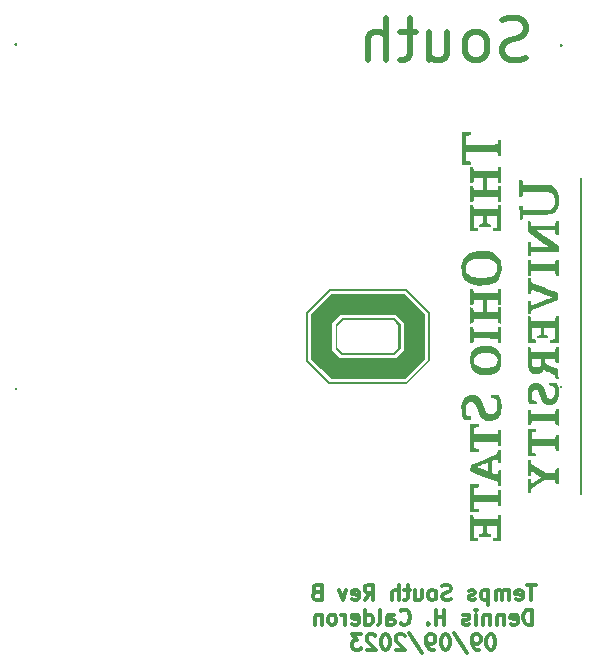
<source format=gbr>
%TF.GenerationSoftware,KiCad,Pcbnew,7.0.7*%
%TF.CreationDate,2023-09-12T23:40:55-05:00*%
%TF.ProjectId,Temps_South,54656d70-735f-4536-9f75-74682e6b6963,B*%
%TF.SameCoordinates,Original*%
%TF.FileFunction,Legend,Bot*%
%TF.FilePolarity,Positive*%
%FSLAX46Y46*%
G04 Gerber Fmt 4.6, Leading zero omitted, Abs format (unit mm)*
G04 Created by KiCad (PCBNEW 7.0.7) date 2023-09-12 23:40:55*
%MOMM*%
%LPD*%
G01*
G04 APERTURE LIST*
%ADD10C,0.254000*%
%ADD11C,0.500000*%
%ADD12C,0.300000*%
G04 APERTURE END LIST*
D10*
X138861800Y-79832200D02*
G75*
G03*
X138861800Y-79832200I-25400J0D01*
G01*
X92680002Y-50830000D02*
G75*
G03*
X92680002Y-50830000I-1J0D01*
G01*
X92690001Y-80020000D02*
G75*
G03*
X92690001Y-80020000I-1J0D01*
G01*
X138861800Y-50900000D02*
G75*
G03*
X138861800Y-50900000I-25400J0D01*
G01*
D11*
X135873619Y-51964101D02*
X135373619Y-52130767D01*
X135373619Y-52130767D02*
X134540286Y-52130767D01*
X134540286Y-52130767D02*
X134206952Y-51964101D01*
X134206952Y-51964101D02*
X134040286Y-51797434D01*
X134040286Y-51797434D02*
X133873619Y-51464101D01*
X133873619Y-51464101D02*
X133873619Y-51130767D01*
X133873619Y-51130767D02*
X134040286Y-50797434D01*
X134040286Y-50797434D02*
X134206952Y-50630767D01*
X134206952Y-50630767D02*
X134540286Y-50464101D01*
X134540286Y-50464101D02*
X135206952Y-50297434D01*
X135206952Y-50297434D02*
X135540286Y-50130767D01*
X135540286Y-50130767D02*
X135706952Y-49964101D01*
X135706952Y-49964101D02*
X135873619Y-49630767D01*
X135873619Y-49630767D02*
X135873619Y-49297434D01*
X135873619Y-49297434D02*
X135706952Y-48964101D01*
X135706952Y-48964101D02*
X135540286Y-48797434D01*
X135540286Y-48797434D02*
X135206952Y-48630767D01*
X135206952Y-48630767D02*
X134373619Y-48630767D01*
X134373619Y-48630767D02*
X133873619Y-48797434D01*
X131873619Y-52130767D02*
X132206953Y-51964101D01*
X132206953Y-51964101D02*
X132373619Y-51797434D01*
X132373619Y-51797434D02*
X132540286Y-51464101D01*
X132540286Y-51464101D02*
X132540286Y-50464101D01*
X132540286Y-50464101D02*
X132373619Y-50130767D01*
X132373619Y-50130767D02*
X132206953Y-49964101D01*
X132206953Y-49964101D02*
X131873619Y-49797434D01*
X131873619Y-49797434D02*
X131373619Y-49797434D01*
X131373619Y-49797434D02*
X131040286Y-49964101D01*
X131040286Y-49964101D02*
X130873619Y-50130767D01*
X130873619Y-50130767D02*
X130706953Y-50464101D01*
X130706953Y-50464101D02*
X130706953Y-51464101D01*
X130706953Y-51464101D02*
X130873619Y-51797434D01*
X130873619Y-51797434D02*
X131040286Y-51964101D01*
X131040286Y-51964101D02*
X131373619Y-52130767D01*
X131373619Y-52130767D02*
X131873619Y-52130767D01*
X127706952Y-49797434D02*
X127706952Y-52130767D01*
X129206952Y-49797434D02*
X129206952Y-51630767D01*
X129206952Y-51630767D02*
X129040286Y-51964101D01*
X129040286Y-51964101D02*
X128706952Y-52130767D01*
X128706952Y-52130767D02*
X128206952Y-52130767D01*
X128206952Y-52130767D02*
X127873619Y-51964101D01*
X127873619Y-51964101D02*
X127706952Y-51797434D01*
X126540285Y-49797434D02*
X125206952Y-49797434D01*
X126040285Y-48630767D02*
X126040285Y-51630767D01*
X126040285Y-51630767D02*
X125873619Y-51964101D01*
X125873619Y-51964101D02*
X125540285Y-52130767D01*
X125540285Y-52130767D02*
X125206952Y-52130767D01*
X124040285Y-52130767D02*
X124040285Y-48630767D01*
X122540285Y-52130767D02*
X122540285Y-50297434D01*
X122540285Y-50297434D02*
X122706952Y-49964101D01*
X122706952Y-49964101D02*
X123040285Y-49797434D01*
X123040285Y-49797434D02*
X123540285Y-49797434D01*
X123540285Y-49797434D02*
X123873619Y-49964101D01*
X123873619Y-49964101D02*
X124040285Y-50130767D01*
D12*
X136709779Y-96580404D02*
X135966922Y-96580404D01*
X136338350Y-97880404D02*
X136338350Y-96580404D01*
X135038351Y-97818500D02*
X135162160Y-97880404D01*
X135162160Y-97880404D02*
X135409779Y-97880404D01*
X135409779Y-97880404D02*
X135533589Y-97818500D01*
X135533589Y-97818500D02*
X135595493Y-97694690D01*
X135595493Y-97694690D02*
X135595493Y-97199452D01*
X135595493Y-97199452D02*
X135533589Y-97075642D01*
X135533589Y-97075642D02*
X135409779Y-97013738D01*
X135409779Y-97013738D02*
X135162160Y-97013738D01*
X135162160Y-97013738D02*
X135038351Y-97075642D01*
X135038351Y-97075642D02*
X134976446Y-97199452D01*
X134976446Y-97199452D02*
X134976446Y-97323261D01*
X134976446Y-97323261D02*
X135595493Y-97447071D01*
X134419303Y-97880404D02*
X134419303Y-97013738D01*
X134419303Y-97137547D02*
X134357398Y-97075642D01*
X134357398Y-97075642D02*
X134233588Y-97013738D01*
X134233588Y-97013738D02*
X134047874Y-97013738D01*
X134047874Y-97013738D02*
X133924065Y-97075642D01*
X133924065Y-97075642D02*
X133862160Y-97199452D01*
X133862160Y-97199452D02*
X133862160Y-97880404D01*
X133862160Y-97199452D02*
X133800255Y-97075642D01*
X133800255Y-97075642D02*
X133676446Y-97013738D01*
X133676446Y-97013738D02*
X133490731Y-97013738D01*
X133490731Y-97013738D02*
X133366922Y-97075642D01*
X133366922Y-97075642D02*
X133305017Y-97199452D01*
X133305017Y-97199452D02*
X133305017Y-97880404D01*
X132685970Y-97013738D02*
X132685970Y-98313738D01*
X132685970Y-97075642D02*
X132562160Y-97013738D01*
X132562160Y-97013738D02*
X132314541Y-97013738D01*
X132314541Y-97013738D02*
X132190732Y-97075642D01*
X132190732Y-97075642D02*
X132128827Y-97137547D01*
X132128827Y-97137547D02*
X132066922Y-97261357D01*
X132066922Y-97261357D02*
X132066922Y-97632785D01*
X132066922Y-97632785D02*
X132128827Y-97756595D01*
X132128827Y-97756595D02*
X132190732Y-97818500D01*
X132190732Y-97818500D02*
X132314541Y-97880404D01*
X132314541Y-97880404D02*
X132562160Y-97880404D01*
X132562160Y-97880404D02*
X132685970Y-97818500D01*
X131571684Y-97818500D02*
X131447875Y-97880404D01*
X131447875Y-97880404D02*
X131200256Y-97880404D01*
X131200256Y-97880404D02*
X131076446Y-97818500D01*
X131076446Y-97818500D02*
X131014542Y-97694690D01*
X131014542Y-97694690D02*
X131014542Y-97632785D01*
X131014542Y-97632785D02*
X131076446Y-97508976D01*
X131076446Y-97508976D02*
X131200256Y-97447071D01*
X131200256Y-97447071D02*
X131385970Y-97447071D01*
X131385970Y-97447071D02*
X131509780Y-97385166D01*
X131509780Y-97385166D02*
X131571684Y-97261357D01*
X131571684Y-97261357D02*
X131571684Y-97199452D01*
X131571684Y-97199452D02*
X131509780Y-97075642D01*
X131509780Y-97075642D02*
X131385970Y-97013738D01*
X131385970Y-97013738D02*
X131200256Y-97013738D01*
X131200256Y-97013738D02*
X131076446Y-97075642D01*
X129528827Y-97818500D02*
X129343113Y-97880404D01*
X129343113Y-97880404D02*
X129033589Y-97880404D01*
X129033589Y-97880404D02*
X128909780Y-97818500D01*
X128909780Y-97818500D02*
X128847875Y-97756595D01*
X128847875Y-97756595D02*
X128785970Y-97632785D01*
X128785970Y-97632785D02*
X128785970Y-97508976D01*
X128785970Y-97508976D02*
X128847875Y-97385166D01*
X128847875Y-97385166D02*
X128909780Y-97323261D01*
X128909780Y-97323261D02*
X129033589Y-97261357D01*
X129033589Y-97261357D02*
X129281208Y-97199452D01*
X129281208Y-97199452D02*
X129405018Y-97137547D01*
X129405018Y-97137547D02*
X129466923Y-97075642D01*
X129466923Y-97075642D02*
X129528827Y-96951833D01*
X129528827Y-96951833D02*
X129528827Y-96828023D01*
X129528827Y-96828023D02*
X129466923Y-96704214D01*
X129466923Y-96704214D02*
X129405018Y-96642309D01*
X129405018Y-96642309D02*
X129281208Y-96580404D01*
X129281208Y-96580404D02*
X128971685Y-96580404D01*
X128971685Y-96580404D02*
X128785970Y-96642309D01*
X128043113Y-97880404D02*
X128166923Y-97818500D01*
X128166923Y-97818500D02*
X128228828Y-97756595D01*
X128228828Y-97756595D02*
X128290732Y-97632785D01*
X128290732Y-97632785D02*
X128290732Y-97261357D01*
X128290732Y-97261357D02*
X128228828Y-97137547D01*
X128228828Y-97137547D02*
X128166923Y-97075642D01*
X128166923Y-97075642D02*
X128043113Y-97013738D01*
X128043113Y-97013738D02*
X127857399Y-97013738D01*
X127857399Y-97013738D02*
X127733590Y-97075642D01*
X127733590Y-97075642D02*
X127671685Y-97137547D01*
X127671685Y-97137547D02*
X127609780Y-97261357D01*
X127609780Y-97261357D02*
X127609780Y-97632785D01*
X127609780Y-97632785D02*
X127671685Y-97756595D01*
X127671685Y-97756595D02*
X127733590Y-97818500D01*
X127733590Y-97818500D02*
X127857399Y-97880404D01*
X127857399Y-97880404D02*
X128043113Y-97880404D01*
X126495495Y-97013738D02*
X126495495Y-97880404D01*
X127052638Y-97013738D02*
X127052638Y-97694690D01*
X127052638Y-97694690D02*
X126990733Y-97818500D01*
X126990733Y-97818500D02*
X126866923Y-97880404D01*
X126866923Y-97880404D02*
X126681209Y-97880404D01*
X126681209Y-97880404D02*
X126557400Y-97818500D01*
X126557400Y-97818500D02*
X126495495Y-97756595D01*
X126062162Y-97013738D02*
X125566924Y-97013738D01*
X125876448Y-96580404D02*
X125876448Y-97694690D01*
X125876448Y-97694690D02*
X125814543Y-97818500D01*
X125814543Y-97818500D02*
X125690733Y-97880404D01*
X125690733Y-97880404D02*
X125566924Y-97880404D01*
X125133591Y-97880404D02*
X125133591Y-96580404D01*
X124576448Y-97880404D02*
X124576448Y-97199452D01*
X124576448Y-97199452D02*
X124638353Y-97075642D01*
X124638353Y-97075642D02*
X124762162Y-97013738D01*
X124762162Y-97013738D02*
X124947876Y-97013738D01*
X124947876Y-97013738D02*
X125071686Y-97075642D01*
X125071686Y-97075642D02*
X125133591Y-97137547D01*
X122224068Y-97880404D02*
X122657401Y-97261357D01*
X122966925Y-97880404D02*
X122966925Y-96580404D01*
X122966925Y-96580404D02*
X122471687Y-96580404D01*
X122471687Y-96580404D02*
X122347877Y-96642309D01*
X122347877Y-96642309D02*
X122285972Y-96704214D01*
X122285972Y-96704214D02*
X122224068Y-96828023D01*
X122224068Y-96828023D02*
X122224068Y-97013738D01*
X122224068Y-97013738D02*
X122285972Y-97137547D01*
X122285972Y-97137547D02*
X122347877Y-97199452D01*
X122347877Y-97199452D02*
X122471687Y-97261357D01*
X122471687Y-97261357D02*
X122966925Y-97261357D01*
X121171687Y-97818500D02*
X121295496Y-97880404D01*
X121295496Y-97880404D02*
X121543115Y-97880404D01*
X121543115Y-97880404D02*
X121666925Y-97818500D01*
X121666925Y-97818500D02*
X121728829Y-97694690D01*
X121728829Y-97694690D02*
X121728829Y-97199452D01*
X121728829Y-97199452D02*
X121666925Y-97075642D01*
X121666925Y-97075642D02*
X121543115Y-97013738D01*
X121543115Y-97013738D02*
X121295496Y-97013738D01*
X121295496Y-97013738D02*
X121171687Y-97075642D01*
X121171687Y-97075642D02*
X121109782Y-97199452D01*
X121109782Y-97199452D02*
X121109782Y-97323261D01*
X121109782Y-97323261D02*
X121728829Y-97447071D01*
X120676448Y-97013738D02*
X120366924Y-97880404D01*
X120366924Y-97880404D02*
X120057401Y-97013738D01*
X118138353Y-97199452D02*
X117952639Y-97261357D01*
X117952639Y-97261357D02*
X117890734Y-97323261D01*
X117890734Y-97323261D02*
X117828830Y-97447071D01*
X117828830Y-97447071D02*
X117828830Y-97632785D01*
X117828830Y-97632785D02*
X117890734Y-97756595D01*
X117890734Y-97756595D02*
X117952639Y-97818500D01*
X117952639Y-97818500D02*
X118076449Y-97880404D01*
X118076449Y-97880404D02*
X118571687Y-97880404D01*
X118571687Y-97880404D02*
X118571687Y-96580404D01*
X118571687Y-96580404D02*
X118138353Y-96580404D01*
X118138353Y-96580404D02*
X118014544Y-96642309D01*
X118014544Y-96642309D02*
X117952639Y-96704214D01*
X117952639Y-96704214D02*
X117890734Y-96828023D01*
X117890734Y-96828023D02*
X117890734Y-96951833D01*
X117890734Y-96951833D02*
X117952639Y-97075642D01*
X117952639Y-97075642D02*
X118014544Y-97137547D01*
X118014544Y-97137547D02*
X118138353Y-97199452D01*
X118138353Y-97199452D02*
X118571687Y-97199452D01*
X136400256Y-99973404D02*
X136400256Y-98673404D01*
X136400256Y-98673404D02*
X136090732Y-98673404D01*
X136090732Y-98673404D02*
X135905018Y-98735309D01*
X135905018Y-98735309D02*
X135781208Y-98859119D01*
X135781208Y-98859119D02*
X135719303Y-98982928D01*
X135719303Y-98982928D02*
X135657399Y-99230547D01*
X135657399Y-99230547D02*
X135657399Y-99416261D01*
X135657399Y-99416261D02*
X135719303Y-99663880D01*
X135719303Y-99663880D02*
X135781208Y-99787690D01*
X135781208Y-99787690D02*
X135905018Y-99911500D01*
X135905018Y-99911500D02*
X136090732Y-99973404D01*
X136090732Y-99973404D02*
X136400256Y-99973404D01*
X134605018Y-99911500D02*
X134728827Y-99973404D01*
X134728827Y-99973404D02*
X134976446Y-99973404D01*
X134976446Y-99973404D02*
X135100256Y-99911500D01*
X135100256Y-99911500D02*
X135162160Y-99787690D01*
X135162160Y-99787690D02*
X135162160Y-99292452D01*
X135162160Y-99292452D02*
X135100256Y-99168642D01*
X135100256Y-99168642D02*
X134976446Y-99106738D01*
X134976446Y-99106738D02*
X134728827Y-99106738D01*
X134728827Y-99106738D02*
X134605018Y-99168642D01*
X134605018Y-99168642D02*
X134543113Y-99292452D01*
X134543113Y-99292452D02*
X134543113Y-99416261D01*
X134543113Y-99416261D02*
X135162160Y-99540071D01*
X133985970Y-99106738D02*
X133985970Y-99973404D01*
X133985970Y-99230547D02*
X133924065Y-99168642D01*
X133924065Y-99168642D02*
X133800255Y-99106738D01*
X133800255Y-99106738D02*
X133614541Y-99106738D01*
X133614541Y-99106738D02*
X133490732Y-99168642D01*
X133490732Y-99168642D02*
X133428827Y-99292452D01*
X133428827Y-99292452D02*
X133428827Y-99973404D01*
X132809780Y-99106738D02*
X132809780Y-99973404D01*
X132809780Y-99230547D02*
X132747875Y-99168642D01*
X132747875Y-99168642D02*
X132624065Y-99106738D01*
X132624065Y-99106738D02*
X132438351Y-99106738D01*
X132438351Y-99106738D02*
X132314542Y-99168642D01*
X132314542Y-99168642D02*
X132252637Y-99292452D01*
X132252637Y-99292452D02*
X132252637Y-99973404D01*
X131633590Y-99973404D02*
X131633590Y-99106738D01*
X131633590Y-98673404D02*
X131695494Y-98735309D01*
X131695494Y-98735309D02*
X131633590Y-98797214D01*
X131633590Y-98797214D02*
X131571685Y-98735309D01*
X131571685Y-98735309D02*
X131633590Y-98673404D01*
X131633590Y-98673404D02*
X131633590Y-98797214D01*
X131076446Y-99911500D02*
X130952637Y-99973404D01*
X130952637Y-99973404D02*
X130705018Y-99973404D01*
X130705018Y-99973404D02*
X130581208Y-99911500D01*
X130581208Y-99911500D02*
X130519304Y-99787690D01*
X130519304Y-99787690D02*
X130519304Y-99725785D01*
X130519304Y-99725785D02*
X130581208Y-99601976D01*
X130581208Y-99601976D02*
X130705018Y-99540071D01*
X130705018Y-99540071D02*
X130890732Y-99540071D01*
X130890732Y-99540071D02*
X131014542Y-99478166D01*
X131014542Y-99478166D02*
X131076446Y-99354357D01*
X131076446Y-99354357D02*
X131076446Y-99292452D01*
X131076446Y-99292452D02*
X131014542Y-99168642D01*
X131014542Y-99168642D02*
X130890732Y-99106738D01*
X130890732Y-99106738D02*
X130705018Y-99106738D01*
X130705018Y-99106738D02*
X130581208Y-99168642D01*
X128971685Y-99973404D02*
X128971685Y-98673404D01*
X128971685Y-99292452D02*
X128228828Y-99292452D01*
X128228828Y-99973404D02*
X128228828Y-98673404D01*
X127609780Y-99849595D02*
X127547875Y-99911500D01*
X127547875Y-99911500D02*
X127609780Y-99973404D01*
X127609780Y-99973404D02*
X127671684Y-99911500D01*
X127671684Y-99911500D02*
X127609780Y-99849595D01*
X127609780Y-99849595D02*
X127609780Y-99973404D01*
X125257399Y-99849595D02*
X125319303Y-99911500D01*
X125319303Y-99911500D02*
X125505018Y-99973404D01*
X125505018Y-99973404D02*
X125628827Y-99973404D01*
X125628827Y-99973404D02*
X125814541Y-99911500D01*
X125814541Y-99911500D02*
X125938351Y-99787690D01*
X125938351Y-99787690D02*
X126000256Y-99663880D01*
X126000256Y-99663880D02*
X126062160Y-99416261D01*
X126062160Y-99416261D02*
X126062160Y-99230547D01*
X126062160Y-99230547D02*
X126000256Y-98982928D01*
X126000256Y-98982928D02*
X125938351Y-98859119D01*
X125938351Y-98859119D02*
X125814541Y-98735309D01*
X125814541Y-98735309D02*
X125628827Y-98673404D01*
X125628827Y-98673404D02*
X125505018Y-98673404D01*
X125505018Y-98673404D02*
X125319303Y-98735309D01*
X125319303Y-98735309D02*
X125257399Y-98797214D01*
X124143113Y-99973404D02*
X124143113Y-99292452D01*
X124143113Y-99292452D02*
X124205018Y-99168642D01*
X124205018Y-99168642D02*
X124328827Y-99106738D01*
X124328827Y-99106738D02*
X124576446Y-99106738D01*
X124576446Y-99106738D02*
X124700256Y-99168642D01*
X124143113Y-99911500D02*
X124266922Y-99973404D01*
X124266922Y-99973404D02*
X124576446Y-99973404D01*
X124576446Y-99973404D02*
X124700256Y-99911500D01*
X124700256Y-99911500D02*
X124762160Y-99787690D01*
X124762160Y-99787690D02*
X124762160Y-99663880D01*
X124762160Y-99663880D02*
X124700256Y-99540071D01*
X124700256Y-99540071D02*
X124576446Y-99478166D01*
X124576446Y-99478166D02*
X124266922Y-99478166D01*
X124266922Y-99478166D02*
X124143113Y-99416261D01*
X123338351Y-99973404D02*
X123462161Y-99911500D01*
X123462161Y-99911500D02*
X123524066Y-99787690D01*
X123524066Y-99787690D02*
X123524066Y-98673404D01*
X122285971Y-99973404D02*
X122285971Y-98673404D01*
X122285971Y-99911500D02*
X122409780Y-99973404D01*
X122409780Y-99973404D02*
X122657399Y-99973404D01*
X122657399Y-99973404D02*
X122781209Y-99911500D01*
X122781209Y-99911500D02*
X122843114Y-99849595D01*
X122843114Y-99849595D02*
X122905018Y-99725785D01*
X122905018Y-99725785D02*
X122905018Y-99354357D01*
X122905018Y-99354357D02*
X122843114Y-99230547D01*
X122843114Y-99230547D02*
X122781209Y-99168642D01*
X122781209Y-99168642D02*
X122657399Y-99106738D01*
X122657399Y-99106738D02*
X122409780Y-99106738D01*
X122409780Y-99106738D02*
X122285971Y-99168642D01*
X121171686Y-99911500D02*
X121295495Y-99973404D01*
X121295495Y-99973404D02*
X121543114Y-99973404D01*
X121543114Y-99973404D02*
X121666924Y-99911500D01*
X121666924Y-99911500D02*
X121728828Y-99787690D01*
X121728828Y-99787690D02*
X121728828Y-99292452D01*
X121728828Y-99292452D02*
X121666924Y-99168642D01*
X121666924Y-99168642D02*
X121543114Y-99106738D01*
X121543114Y-99106738D02*
X121295495Y-99106738D01*
X121295495Y-99106738D02*
X121171686Y-99168642D01*
X121171686Y-99168642D02*
X121109781Y-99292452D01*
X121109781Y-99292452D02*
X121109781Y-99416261D01*
X121109781Y-99416261D02*
X121728828Y-99540071D01*
X120552638Y-99973404D02*
X120552638Y-99106738D01*
X120552638Y-99354357D02*
X120490733Y-99230547D01*
X120490733Y-99230547D02*
X120428828Y-99168642D01*
X120428828Y-99168642D02*
X120305019Y-99106738D01*
X120305019Y-99106738D02*
X120181209Y-99106738D01*
X119562161Y-99973404D02*
X119685971Y-99911500D01*
X119685971Y-99911500D02*
X119747876Y-99849595D01*
X119747876Y-99849595D02*
X119809780Y-99725785D01*
X119809780Y-99725785D02*
X119809780Y-99354357D01*
X119809780Y-99354357D02*
X119747876Y-99230547D01*
X119747876Y-99230547D02*
X119685971Y-99168642D01*
X119685971Y-99168642D02*
X119562161Y-99106738D01*
X119562161Y-99106738D02*
X119376447Y-99106738D01*
X119376447Y-99106738D02*
X119252638Y-99168642D01*
X119252638Y-99168642D02*
X119190733Y-99230547D01*
X119190733Y-99230547D02*
X119128828Y-99354357D01*
X119128828Y-99354357D02*
X119128828Y-99725785D01*
X119128828Y-99725785D02*
X119190733Y-99849595D01*
X119190733Y-99849595D02*
X119252638Y-99911500D01*
X119252638Y-99911500D02*
X119376447Y-99973404D01*
X119376447Y-99973404D02*
X119562161Y-99973404D01*
X118571686Y-99106738D02*
X118571686Y-99973404D01*
X118571686Y-99230547D02*
X118509781Y-99168642D01*
X118509781Y-99168642D02*
X118385971Y-99106738D01*
X118385971Y-99106738D02*
X118200257Y-99106738D01*
X118200257Y-99106738D02*
X118076448Y-99168642D01*
X118076448Y-99168642D02*
X118014543Y-99292452D01*
X118014543Y-99292452D02*
X118014543Y-99973404D01*
X132964542Y-100766404D02*
X132840732Y-100766404D01*
X132840732Y-100766404D02*
X132716923Y-100828309D01*
X132716923Y-100828309D02*
X132655018Y-100890214D01*
X132655018Y-100890214D02*
X132593113Y-101014023D01*
X132593113Y-101014023D02*
X132531208Y-101261642D01*
X132531208Y-101261642D02*
X132531208Y-101571166D01*
X132531208Y-101571166D02*
X132593113Y-101818785D01*
X132593113Y-101818785D02*
X132655018Y-101942595D01*
X132655018Y-101942595D02*
X132716923Y-102004500D01*
X132716923Y-102004500D02*
X132840732Y-102066404D01*
X132840732Y-102066404D02*
X132964542Y-102066404D01*
X132964542Y-102066404D02*
X133088351Y-102004500D01*
X133088351Y-102004500D02*
X133150256Y-101942595D01*
X133150256Y-101942595D02*
X133212161Y-101818785D01*
X133212161Y-101818785D02*
X133274065Y-101571166D01*
X133274065Y-101571166D02*
X133274065Y-101261642D01*
X133274065Y-101261642D02*
X133212161Y-101014023D01*
X133212161Y-101014023D02*
X133150256Y-100890214D01*
X133150256Y-100890214D02*
X133088351Y-100828309D01*
X133088351Y-100828309D02*
X132964542Y-100766404D01*
X131912161Y-102066404D02*
X131664542Y-102066404D01*
X131664542Y-102066404D02*
X131540732Y-102004500D01*
X131540732Y-102004500D02*
X131478828Y-101942595D01*
X131478828Y-101942595D02*
X131355018Y-101756880D01*
X131355018Y-101756880D02*
X131293113Y-101509261D01*
X131293113Y-101509261D02*
X131293113Y-101014023D01*
X131293113Y-101014023D02*
X131355018Y-100890214D01*
X131355018Y-100890214D02*
X131416923Y-100828309D01*
X131416923Y-100828309D02*
X131540732Y-100766404D01*
X131540732Y-100766404D02*
X131788351Y-100766404D01*
X131788351Y-100766404D02*
X131912161Y-100828309D01*
X131912161Y-100828309D02*
X131974066Y-100890214D01*
X131974066Y-100890214D02*
X132035970Y-101014023D01*
X132035970Y-101014023D02*
X132035970Y-101323547D01*
X132035970Y-101323547D02*
X131974066Y-101447357D01*
X131974066Y-101447357D02*
X131912161Y-101509261D01*
X131912161Y-101509261D02*
X131788351Y-101571166D01*
X131788351Y-101571166D02*
X131540732Y-101571166D01*
X131540732Y-101571166D02*
X131416923Y-101509261D01*
X131416923Y-101509261D02*
X131355018Y-101447357D01*
X131355018Y-101447357D02*
X131293113Y-101323547D01*
X129807399Y-100704500D02*
X130921685Y-102375928D01*
X129126447Y-100766404D02*
X129002637Y-100766404D01*
X129002637Y-100766404D02*
X128878828Y-100828309D01*
X128878828Y-100828309D02*
X128816923Y-100890214D01*
X128816923Y-100890214D02*
X128755018Y-101014023D01*
X128755018Y-101014023D02*
X128693113Y-101261642D01*
X128693113Y-101261642D02*
X128693113Y-101571166D01*
X128693113Y-101571166D02*
X128755018Y-101818785D01*
X128755018Y-101818785D02*
X128816923Y-101942595D01*
X128816923Y-101942595D02*
X128878828Y-102004500D01*
X128878828Y-102004500D02*
X129002637Y-102066404D01*
X129002637Y-102066404D02*
X129126447Y-102066404D01*
X129126447Y-102066404D02*
X129250256Y-102004500D01*
X129250256Y-102004500D02*
X129312161Y-101942595D01*
X129312161Y-101942595D02*
X129374066Y-101818785D01*
X129374066Y-101818785D02*
X129435970Y-101571166D01*
X129435970Y-101571166D02*
X129435970Y-101261642D01*
X129435970Y-101261642D02*
X129374066Y-101014023D01*
X129374066Y-101014023D02*
X129312161Y-100890214D01*
X129312161Y-100890214D02*
X129250256Y-100828309D01*
X129250256Y-100828309D02*
X129126447Y-100766404D01*
X128074066Y-102066404D02*
X127826447Y-102066404D01*
X127826447Y-102066404D02*
X127702637Y-102004500D01*
X127702637Y-102004500D02*
X127640733Y-101942595D01*
X127640733Y-101942595D02*
X127516923Y-101756880D01*
X127516923Y-101756880D02*
X127455018Y-101509261D01*
X127455018Y-101509261D02*
X127455018Y-101014023D01*
X127455018Y-101014023D02*
X127516923Y-100890214D01*
X127516923Y-100890214D02*
X127578828Y-100828309D01*
X127578828Y-100828309D02*
X127702637Y-100766404D01*
X127702637Y-100766404D02*
X127950256Y-100766404D01*
X127950256Y-100766404D02*
X128074066Y-100828309D01*
X128074066Y-100828309D02*
X128135971Y-100890214D01*
X128135971Y-100890214D02*
X128197875Y-101014023D01*
X128197875Y-101014023D02*
X128197875Y-101323547D01*
X128197875Y-101323547D02*
X128135971Y-101447357D01*
X128135971Y-101447357D02*
X128074066Y-101509261D01*
X128074066Y-101509261D02*
X127950256Y-101571166D01*
X127950256Y-101571166D02*
X127702637Y-101571166D01*
X127702637Y-101571166D02*
X127578828Y-101509261D01*
X127578828Y-101509261D02*
X127516923Y-101447357D01*
X127516923Y-101447357D02*
X127455018Y-101323547D01*
X125969304Y-100704500D02*
X127083590Y-102375928D01*
X125597875Y-100890214D02*
X125535971Y-100828309D01*
X125535971Y-100828309D02*
X125412161Y-100766404D01*
X125412161Y-100766404D02*
X125102637Y-100766404D01*
X125102637Y-100766404D02*
X124978828Y-100828309D01*
X124978828Y-100828309D02*
X124916923Y-100890214D01*
X124916923Y-100890214D02*
X124855018Y-101014023D01*
X124855018Y-101014023D02*
X124855018Y-101137833D01*
X124855018Y-101137833D02*
X124916923Y-101323547D01*
X124916923Y-101323547D02*
X125659780Y-102066404D01*
X125659780Y-102066404D02*
X124855018Y-102066404D01*
X124050257Y-100766404D02*
X123926447Y-100766404D01*
X123926447Y-100766404D02*
X123802638Y-100828309D01*
X123802638Y-100828309D02*
X123740733Y-100890214D01*
X123740733Y-100890214D02*
X123678828Y-101014023D01*
X123678828Y-101014023D02*
X123616923Y-101261642D01*
X123616923Y-101261642D02*
X123616923Y-101571166D01*
X123616923Y-101571166D02*
X123678828Y-101818785D01*
X123678828Y-101818785D02*
X123740733Y-101942595D01*
X123740733Y-101942595D02*
X123802638Y-102004500D01*
X123802638Y-102004500D02*
X123926447Y-102066404D01*
X123926447Y-102066404D02*
X124050257Y-102066404D01*
X124050257Y-102066404D02*
X124174066Y-102004500D01*
X124174066Y-102004500D02*
X124235971Y-101942595D01*
X124235971Y-101942595D02*
X124297876Y-101818785D01*
X124297876Y-101818785D02*
X124359780Y-101571166D01*
X124359780Y-101571166D02*
X124359780Y-101261642D01*
X124359780Y-101261642D02*
X124297876Y-101014023D01*
X124297876Y-101014023D02*
X124235971Y-100890214D01*
X124235971Y-100890214D02*
X124174066Y-100828309D01*
X124174066Y-100828309D02*
X124050257Y-100766404D01*
X123121685Y-100890214D02*
X123059781Y-100828309D01*
X123059781Y-100828309D02*
X122935971Y-100766404D01*
X122935971Y-100766404D02*
X122626447Y-100766404D01*
X122626447Y-100766404D02*
X122502638Y-100828309D01*
X122502638Y-100828309D02*
X122440733Y-100890214D01*
X122440733Y-100890214D02*
X122378828Y-101014023D01*
X122378828Y-101014023D02*
X122378828Y-101137833D01*
X122378828Y-101137833D02*
X122440733Y-101323547D01*
X122440733Y-101323547D02*
X123183590Y-102066404D01*
X123183590Y-102066404D02*
X122378828Y-102066404D01*
X121945495Y-100766404D02*
X121140733Y-100766404D01*
X121140733Y-100766404D02*
X121574067Y-101261642D01*
X121574067Y-101261642D02*
X121388352Y-101261642D01*
X121388352Y-101261642D02*
X121264543Y-101323547D01*
X121264543Y-101323547D02*
X121202638Y-101385452D01*
X121202638Y-101385452D02*
X121140733Y-101509261D01*
X121140733Y-101509261D02*
X121140733Y-101818785D01*
X121140733Y-101818785D02*
X121202638Y-101942595D01*
X121202638Y-101942595D02*
X121264543Y-102004500D01*
X121264543Y-102004500D02*
X121388352Y-102066404D01*
X121388352Y-102066404D02*
X121759781Y-102066404D01*
X121759781Y-102066404D02*
X121883590Y-102004500D01*
X121883590Y-102004500D02*
X121945495Y-101942595D01*
%TO.C,G\u002A\u002A\u002A*%
G36*
X140615600Y-88994886D02*
G01*
X140420964Y-88994886D01*
X140420964Y-62135115D01*
X140615600Y-62135115D01*
X140615600Y-88994886D01*
G37*
G36*
X131889419Y-88337719D02*
G01*
X131694783Y-88359739D01*
X131500147Y-88381760D01*
X131500147Y-88962446D01*
X133475725Y-88962446D01*
X133497745Y-88767810D01*
X133519766Y-88573174D01*
X133770900Y-88573174D01*
X133770900Y-89935626D01*
X133519766Y-89935626D01*
X133497745Y-89740990D01*
X133475725Y-89546354D01*
X131500147Y-89546354D01*
X131500147Y-90127041D01*
X131694783Y-90149061D01*
X131889419Y-90171082D01*
X131889419Y-90422216D01*
X131175754Y-90422216D01*
X131175754Y-88086584D01*
X131889419Y-88086584D01*
X131889419Y-88337719D01*
G37*
G36*
X136339978Y-69433966D02*
G01*
X138340871Y-69433966D01*
X138361500Y-69279879D01*
X138371162Y-69210296D01*
X138389159Y-69117219D01*
X138414072Y-69067760D01*
X138455302Y-69048169D01*
X138522245Y-69044694D01*
X138636801Y-69044694D01*
X138636801Y-70411063D01*
X138515153Y-70400994D01*
X138500668Y-70399782D01*
X138438129Y-70390504D01*
X138402972Y-70365644D01*
X138382870Y-70309007D01*
X138365494Y-70204400D01*
X138337482Y-70017874D01*
X136339978Y-70017874D01*
X136294798Y-70407146D01*
X136041654Y-70407146D01*
X136041654Y-69044694D01*
X136294798Y-69044694D01*
X136339978Y-69433966D01*
G37*
G36*
X125676881Y-71544923D02*
G01*
X125774604Y-71544959D01*
X126772114Y-72520647D01*
X127769623Y-73496334D01*
X127769623Y-77592073D01*
X126772310Y-78589775D01*
X125774997Y-79587478D01*
X119204963Y-79587478D01*
X117226839Y-77631990D01*
X117226839Y-77560439D01*
X117421475Y-77560439D01*
X118359676Y-78498221D01*
X119297877Y-79436004D01*
X125709725Y-79392180D01*
X127574987Y-77528000D01*
X127574987Y-73602008D01*
X125676881Y-71704720D01*
X119286317Y-71704720D01*
X117421475Y-73570394D01*
X117421475Y-77560439D01*
X117226839Y-77560439D01*
X117226839Y-73505495D01*
X118207930Y-72524009D01*
X119189020Y-71542523D01*
X125676881Y-71544923D01*
G37*
G36*
X124669921Y-74007912D02*
G01*
X124735190Y-74007912D01*
X125003492Y-74274821D01*
X125271794Y-74541729D01*
X125271794Y-76591551D01*
X125000024Y-76856820D01*
X124728253Y-77122089D01*
X120300649Y-77122089D01*
X119757107Y-76591551D01*
X119757107Y-76491262D01*
X119919304Y-76491262D01*
X120139084Y-76709357D01*
X120358863Y-76927453D01*
X124673541Y-76927453D01*
X124875350Y-76723834D01*
X125077158Y-76520215D01*
X125077158Y-74606166D01*
X124873540Y-74404357D01*
X124669921Y-74202548D01*
X120355495Y-74202548D01*
X120137400Y-74422328D01*
X119919304Y-74642108D01*
X119919304Y-76491262D01*
X119757107Y-76491262D01*
X119757107Y-74544517D01*
X120024016Y-74276214D01*
X120290924Y-74007912D01*
X124669921Y-74007912D01*
G37*
G36*
X124832804Y-71931795D02*
G01*
X125579534Y-71931795D01*
X126463723Y-72815546D01*
X127347912Y-73699296D01*
X127347912Y-77427495D01*
X125614008Y-79165767D01*
X119416937Y-79165767D01*
X118548963Y-78298240D01*
X117680990Y-77430713D01*
X117680990Y-76685264D01*
X119465153Y-76685264D01*
X119814406Y-77033434D01*
X120163658Y-77381603D01*
X124867462Y-77381603D01*
X125199386Y-77048546D01*
X125531309Y-76715489D01*
X125531309Y-74412298D01*
X125182057Y-74064128D01*
X124832804Y-73715958D01*
X120193980Y-73715958D01*
X119829567Y-74081408D01*
X119465153Y-74446859D01*
X119465153Y-76685264D01*
X117680990Y-76685264D01*
X117680990Y-73700173D01*
X118564741Y-72815984D01*
X119448491Y-71931795D01*
X124832804Y-71931795D01*
G37*
G36*
X136755319Y-83636025D02*
G01*
X136366047Y-83681205D01*
X136366047Y-84258743D01*
X138337482Y-84258743D01*
X138365494Y-84072216D01*
X138368838Y-84050008D01*
X138385804Y-83954847D01*
X138407627Y-83904859D01*
X138446634Y-83883848D01*
X138515153Y-83875622D01*
X138636801Y-83865554D01*
X138636801Y-85235839D01*
X138515153Y-85225771D01*
X138500668Y-85224558D01*
X138438129Y-85215280D01*
X138402972Y-85190420D01*
X138382870Y-85133784D01*
X138365494Y-85029177D01*
X138337482Y-84842651D01*
X136366047Y-84842651D01*
X136366047Y-85423337D01*
X136560683Y-85445358D01*
X136755319Y-85467378D01*
X136755319Y-85718513D01*
X136041654Y-85718513D01*
X136041654Y-83382880D01*
X136755319Y-83382880D01*
X136755319Y-83636025D01*
G37*
G36*
X138636801Y-83094843D02*
G01*
X138515153Y-83084775D01*
X138500157Y-83083519D01*
X138437891Y-83074214D01*
X138402872Y-83049260D01*
X138382812Y-82992484D01*
X138365425Y-82887717D01*
X138337345Y-82700728D01*
X137343586Y-82709301D01*
X136349828Y-82717874D01*
X136290668Y-83090926D01*
X136040338Y-83090926D01*
X136057874Y-81744694D01*
X136171411Y-81744694D01*
X136184658Y-81744708D01*
X136243189Y-81748861D01*
X136276310Y-81771087D01*
X136295680Y-81826752D01*
X136312961Y-81931220D01*
X136340973Y-82117746D01*
X138340871Y-82117746D01*
X138361500Y-81963660D01*
X138371162Y-81894076D01*
X138389159Y-81800999D01*
X138414072Y-81751540D01*
X138455302Y-81731949D01*
X138522245Y-81728474D01*
X138636801Y-81728474D01*
X138636801Y-83094843D01*
G37*
G36*
X133770900Y-76116469D02*
G01*
X133520423Y-76116469D01*
X133501121Y-75953500D01*
X133493390Y-75896215D01*
X133477176Y-75807526D01*
X133462249Y-75758864D01*
X133431594Y-75750546D01*
X133339873Y-75742526D01*
X133191951Y-75736036D01*
X132992410Y-75731222D01*
X132745833Y-75728227D01*
X132456804Y-75727197D01*
X131470929Y-75727197D01*
X131448909Y-75921833D01*
X131426888Y-76116469D01*
X131175754Y-76116469D01*
X131175754Y-74750101D01*
X131297401Y-74760169D01*
X131311886Y-74761381D01*
X131374425Y-74770659D01*
X131409582Y-74795520D01*
X131429684Y-74852156D01*
X131447060Y-74956763D01*
X131475072Y-75143289D01*
X133471582Y-75143289D01*
X133499594Y-74956763D01*
X133502938Y-74934555D01*
X133519904Y-74839394D01*
X133541727Y-74789405D01*
X133580734Y-74768395D01*
X133649253Y-74760169D01*
X133770900Y-74750101D01*
X133770900Y-76116469D01*
G37*
G36*
X131889419Y-83089457D02*
G01*
X131889227Y-83119698D01*
X131880675Y-83188192D01*
X131846179Y-83220115D01*
X131767771Y-83237303D01*
X131689278Y-83249552D01*
X131589877Y-83268031D01*
X131533006Y-83294263D01*
X131506923Y-83342492D01*
X131499884Y-83426962D01*
X131500147Y-83561915D01*
X131500147Y-83837031D01*
X133474278Y-83837031D01*
X133496570Y-83658615D01*
X133518861Y-83480198D01*
X133770900Y-83480198D01*
X133770900Y-84810211D01*
X133518861Y-84810211D01*
X133496570Y-84631795D01*
X133474278Y-84453379D01*
X131500147Y-84453379D01*
X131500147Y-84730131D01*
X131500091Y-84795184D01*
X131502862Y-84910069D01*
X131517782Y-84979584D01*
X131554841Y-85017444D01*
X131624027Y-85037368D01*
X131735332Y-85053072D01*
X131889419Y-85073701D01*
X131889419Y-85329241D01*
X131175754Y-85329241D01*
X131175754Y-82961169D01*
X131889419Y-82961169D01*
X131889419Y-83089457D01*
G37*
G36*
X131297401Y-90655443D02*
G01*
X131311886Y-90656656D01*
X131374425Y-90665934D01*
X131409582Y-90690794D01*
X131429684Y-90747431D01*
X131447060Y-90852038D01*
X131475072Y-91038564D01*
X133475725Y-91038564D01*
X133497745Y-90843928D01*
X133519766Y-90649292D01*
X133770900Y-90649292D01*
X133770900Y-92887606D01*
X133089674Y-92887606D01*
X133089674Y-92633040D01*
X133259981Y-92605968D01*
X133430287Y-92578896D01*
X133448241Y-91622472D01*
X132570645Y-91622472D01*
X132570645Y-92230461D01*
X132732842Y-92251977D01*
X132815118Y-92264210D01*
X132870561Y-92283085D01*
X132891680Y-92319094D01*
X132895038Y-92385913D01*
X132895038Y-92498334D01*
X131921858Y-92498334D01*
X131921858Y-92389359D01*
X131924413Y-92331188D01*
X131942944Y-92292731D01*
X131993510Y-92270497D01*
X132092165Y-92251491D01*
X132262471Y-92222599D01*
X132271798Y-91922536D01*
X132281126Y-91622472D01*
X131498413Y-91622472D01*
X131516367Y-92578896D01*
X131686673Y-92605968D01*
X131856980Y-92633040D01*
X131856980Y-92887606D01*
X131175754Y-92887606D01*
X131175754Y-90645375D01*
X131297401Y-90655443D01*
G37*
G36*
X133770900Y-66644183D02*
G01*
X133089674Y-66644183D01*
X133089674Y-66389337D01*
X133268091Y-66367045D01*
X133446507Y-66344754D01*
X133446507Y-65379049D01*
X132570645Y-65379049D01*
X132570645Y-65989308D01*
X132732842Y-66011616D01*
X132813667Y-66024019D01*
X132869910Y-66043078D01*
X132891515Y-66078692D01*
X132895038Y-66144417D01*
X132895038Y-66254911D01*
X131917748Y-66254911D01*
X131927913Y-66151037D01*
X131933404Y-66110154D01*
X131953992Y-66064502D01*
X132003803Y-66036755D01*
X132100275Y-66012941D01*
X132262471Y-65978718D01*
X132262471Y-65395269D01*
X131881309Y-65386129D01*
X131500147Y-65376990D01*
X131500147Y-66344754D01*
X131678563Y-66367045D01*
X131856980Y-66389337D01*
X131856980Y-66644183D01*
X131175754Y-66644183D01*
X131175754Y-64401953D01*
X131297401Y-64412021D01*
X131311886Y-64413233D01*
X131374425Y-64422511D01*
X131409582Y-64447372D01*
X131429684Y-64504008D01*
X131447060Y-64608615D01*
X131475072Y-64795141D01*
X133471582Y-64795141D01*
X133499594Y-64608615D01*
X133502938Y-64586406D01*
X133519904Y-64491246D01*
X133541727Y-64441257D01*
X133580734Y-64420247D01*
X133649253Y-64412021D01*
X133770900Y-64401953D01*
X133770900Y-66644183D01*
G37*
G36*
X138636801Y-76084030D02*
G01*
X137955575Y-76084030D01*
X137955575Y-75829184D01*
X138312407Y-75784600D01*
X138312407Y-74818896D01*
X137436545Y-74818896D01*
X137436545Y-75433009D01*
X137598742Y-75454525D01*
X137679066Y-75466446D01*
X137735598Y-75485143D01*
X137757365Y-75520337D01*
X137760939Y-75585399D01*
X137760939Y-75694758D01*
X136783648Y-75694758D01*
X136793813Y-75590884D01*
X136799304Y-75550001D01*
X136819892Y-75504349D01*
X136869703Y-75476602D01*
X136966175Y-75452788D01*
X137128372Y-75418565D01*
X137128372Y-74835115D01*
X136747210Y-74825976D01*
X136366047Y-74816837D01*
X136366047Y-75784600D01*
X136544464Y-75806892D01*
X136722880Y-75829184D01*
X136722880Y-76084030D01*
X136040802Y-76084030D01*
X136049338Y-74972983D01*
X136057874Y-73861935D01*
X136171411Y-73861935D01*
X136184658Y-73861949D01*
X136243189Y-73866102D01*
X136276310Y-73888329D01*
X136295680Y-73943993D01*
X136312961Y-74048462D01*
X136340973Y-74234988D01*
X138340871Y-74234988D01*
X138361500Y-74080901D01*
X138371162Y-74011318D01*
X138389159Y-73918241D01*
X138414072Y-73868782D01*
X138455302Y-73849190D01*
X138522245Y-73845716D01*
X138636801Y-73845716D01*
X138636801Y-76084030D01*
G37*
G36*
X138636801Y-66972493D02*
G01*
X138515153Y-66962425D01*
X138500668Y-66961212D01*
X138438129Y-66951934D01*
X138402972Y-66927074D01*
X138382870Y-66870437D01*
X138365494Y-66765831D01*
X138337482Y-66579304D01*
X136803978Y-66581638D01*
X136895965Y-66656894D01*
X136909143Y-66667218D01*
X136976869Y-66717493D01*
X137087452Y-66797726D01*
X137233524Y-66902636D01*
X137407714Y-67026943D01*
X137602656Y-67165366D01*
X137810979Y-67312624D01*
X138634007Y-67893098D01*
X138636801Y-68363468D01*
X136339978Y-68363468D01*
X136294798Y-68752740D01*
X136041654Y-68752740D01*
X136041654Y-67584924D01*
X136294798Y-67584924D01*
X136339978Y-67974196D01*
X137807814Y-67974196D01*
X137592848Y-67820109D01*
X137542066Y-67783692D01*
X137426191Y-67700542D01*
X137274598Y-67591722D01*
X137097623Y-67464654D01*
X136905600Y-67326755D01*
X136708866Y-67185448D01*
X136039850Y-66704874D01*
X136057874Y-65816980D01*
X136171411Y-65816980D01*
X136184658Y-65816994D01*
X136243189Y-65821147D01*
X136276310Y-65843373D01*
X136295680Y-65899038D01*
X136312961Y-66003506D01*
X136340973Y-66190032D01*
X138340871Y-66190032D01*
X138361500Y-66035946D01*
X138371162Y-65966363D01*
X138389159Y-65873285D01*
X138414072Y-65823826D01*
X138455302Y-65804235D01*
X138522245Y-65800760D01*
X138636801Y-65800760D01*
X138636801Y-66972493D01*
G37*
G36*
X136315733Y-86154427D02*
G01*
X136337772Y-86330827D01*
X136935945Y-86722115D01*
X137534117Y-87113404D01*
X138337482Y-87113404D01*
X138365494Y-86926878D01*
X138368838Y-86904670D01*
X138385804Y-86809509D01*
X138407627Y-86759520D01*
X138446634Y-86738510D01*
X138515153Y-86730284D01*
X138636801Y-86720216D01*
X138636801Y-88086584D01*
X138522245Y-88086584D01*
X138483918Y-88085955D01*
X138431414Y-88075883D01*
X138399775Y-88042600D01*
X138379604Y-87972356D01*
X138361500Y-87851399D01*
X138340871Y-87697312D01*
X137500747Y-87697312D01*
X136919324Y-88071866D01*
X136337901Y-88446421D01*
X136315797Y-88623335D01*
X136293693Y-88800250D01*
X136041654Y-88800250D01*
X136041654Y-87664873D01*
X136290668Y-87664873D01*
X136320248Y-87842959D01*
X136349828Y-88021044D01*
X136690441Y-87807827D01*
X136827346Y-87722043D01*
X136952327Y-87643574D01*
X137049834Y-87582191D01*
X137106099Y-87546547D01*
X137117807Y-87538870D01*
X137139530Y-87519273D01*
X137140244Y-87497046D01*
X137113194Y-87465761D01*
X137051627Y-87418992D01*
X136948789Y-87350312D01*
X136797926Y-87253295D01*
X136753008Y-87224620D01*
X136615888Y-87137922D01*
X136500109Y-87065940D01*
X136416727Y-87015498D01*
X136376798Y-86993419D01*
X136362428Y-86995727D01*
X136336834Y-87047474D01*
X136316292Y-87159606D01*
X136293693Y-87340479D01*
X136041654Y-87340479D01*
X136041654Y-85978027D01*
X136293693Y-85978027D01*
X136315733Y-86154427D01*
G37*
G36*
X131208193Y-58371534D02*
G01*
X131208203Y-58382732D01*
X131206071Y-58445079D01*
X131190984Y-58484491D01*
X131150199Y-58509473D01*
X131070975Y-58528531D01*
X130940568Y-58550170D01*
X130818921Y-58569728D01*
X130818921Y-59312893D01*
X132130528Y-59312893D01*
X132215341Y-59312922D01*
X132529662Y-59313392D01*
X132786469Y-59313606D01*
X132991691Y-59312473D01*
X133151256Y-59308901D01*
X133271094Y-59301798D01*
X133357134Y-59290072D01*
X133415305Y-59272631D01*
X133451536Y-59248384D01*
X133471757Y-59216238D01*
X133481897Y-59175101D01*
X133487884Y-59123882D01*
X133495648Y-59061488D01*
X133504133Y-59010382D01*
X133523909Y-58950242D01*
X133564105Y-58927291D01*
X133643994Y-58923621D01*
X133770900Y-58923621D01*
X133770900Y-60318513D01*
X133643994Y-60318513D01*
X133596861Y-60317929D01*
X133539741Y-60306606D01*
X133512427Y-60266815D01*
X133495648Y-60180645D01*
X133493301Y-60164565D01*
X133486506Y-60104958D01*
X133480062Y-60056262D01*
X133468040Y-60017387D01*
X133444511Y-59987240D01*
X133403546Y-59964729D01*
X133339215Y-59948762D01*
X133245590Y-59938247D01*
X133116742Y-59932093D01*
X132946740Y-59929207D01*
X132729657Y-59928498D01*
X132459563Y-59928873D01*
X132130528Y-59929241D01*
X130818921Y-59929241D01*
X130818921Y-60301675D01*
X130818589Y-60392719D01*
X130818974Y-60525142D01*
X130827028Y-60610825D01*
X130850282Y-60661642D01*
X130896267Y-60689463D01*
X130972511Y-60706160D01*
X131086545Y-60723605D01*
X131115193Y-60728414D01*
X131178838Y-60747665D01*
X131203849Y-60788065D01*
X131208193Y-60871451D01*
X131208193Y-60999739D01*
X130462088Y-60999739D01*
X130462088Y-58242395D01*
X131208193Y-58242395D01*
X131208193Y-58371534D01*
G37*
G36*
X136320248Y-70817151D02*
G01*
X136349828Y-71000080D01*
X137436545Y-71410496D01*
X137667769Y-71497834D01*
X137905017Y-71587474D01*
X138117977Y-71667967D01*
X138299367Y-71736558D01*
X138441906Y-71790493D01*
X138538312Y-71827020D01*
X138581303Y-71843384D01*
X138593969Y-71849311D01*
X138617096Y-71873977D01*
X138629386Y-71923274D01*
X138632966Y-72010566D01*
X138629962Y-72149219D01*
X138620581Y-72432582D01*
X137485204Y-72858162D01*
X136349828Y-73283741D01*
X136320248Y-73467410D01*
X136290668Y-73651080D01*
X136040122Y-73651080D01*
X136048998Y-73091501D01*
X136057874Y-72531923D01*
X136171024Y-72531923D01*
X136234637Y-72535304D01*
X136271515Y-72555784D01*
X136294455Y-72608937D01*
X136316255Y-72710339D01*
X136333874Y-72784891D01*
X136359962Y-72857301D01*
X136382879Y-72883013D01*
X136394250Y-72880047D01*
X136460084Y-72858405D01*
X136571492Y-72819335D01*
X136718786Y-72766431D01*
X136892277Y-72703286D01*
X137082276Y-72633494D01*
X137279097Y-72560648D01*
X137473050Y-72488342D01*
X137654446Y-72420169D01*
X137813598Y-72359723D01*
X137940816Y-72310598D01*
X138026413Y-72276387D01*
X138060701Y-72260683D01*
X138044077Y-72249468D01*
X137975853Y-72218394D01*
X137863709Y-72171427D01*
X137716881Y-72112112D01*
X137544605Y-72043992D01*
X137356116Y-71970612D01*
X137160649Y-71895516D01*
X136967440Y-71822249D01*
X136785723Y-71754356D01*
X136624735Y-71695380D01*
X136493710Y-71648866D01*
X136401884Y-71618358D01*
X136358493Y-71607402D01*
X136348120Y-71623481D01*
X136331481Y-71688285D01*
X136315985Y-71785818D01*
X136293693Y-71964234D01*
X136041654Y-71964234D01*
X136041654Y-70634221D01*
X136290668Y-70634221D01*
X136320248Y-70817151D01*
G37*
G36*
X131297401Y-61200526D02*
G01*
X131311886Y-61201739D01*
X131374425Y-61211017D01*
X131409582Y-61235877D01*
X131429684Y-61292514D01*
X131447060Y-61397121D01*
X131475072Y-61583647D01*
X133475725Y-61583647D01*
X133497745Y-61389011D01*
X133519766Y-61194375D01*
X133770900Y-61194375D01*
X133770900Y-62560743D01*
X133649253Y-62550675D01*
X133634768Y-62549462D01*
X133572229Y-62540184D01*
X133537072Y-62515324D01*
X133516970Y-62458688D01*
X133499594Y-62354081D01*
X133471582Y-62167555D01*
X132570645Y-62167555D01*
X132570645Y-63173174D01*
X133006662Y-63173174D01*
X133030543Y-63173132D01*
X133196526Y-63170293D01*
X133331278Y-63163557D01*
X133423589Y-63153702D01*
X133462249Y-63141508D01*
X133470056Y-63120995D01*
X133486301Y-63047154D01*
X133501121Y-62946872D01*
X133520423Y-62783902D01*
X133770900Y-62783902D01*
X133770900Y-64150271D01*
X133649253Y-64140203D01*
X133634768Y-64138990D01*
X133572229Y-64129712D01*
X133537072Y-64104852D01*
X133516970Y-64048215D01*
X133499594Y-63943608D01*
X133471582Y-63757082D01*
X131475072Y-63757082D01*
X131447060Y-63943608D01*
X131443716Y-63965817D01*
X131426750Y-64060977D01*
X131404927Y-64110966D01*
X131365920Y-64131976D01*
X131297401Y-64140203D01*
X131175754Y-64150271D01*
X131175754Y-62779986D01*
X131297401Y-62790054D01*
X131311886Y-62791266D01*
X131374425Y-62800544D01*
X131409582Y-62825405D01*
X131429684Y-62882041D01*
X131447060Y-62986648D01*
X131475072Y-63173174D01*
X132246252Y-63173174D01*
X132246252Y-62167555D01*
X131475072Y-62167555D01*
X131447060Y-62354081D01*
X131443716Y-62376289D01*
X131426750Y-62471450D01*
X131404927Y-62521438D01*
X131365920Y-62542449D01*
X131297401Y-62550675D01*
X131175754Y-62560743D01*
X131175754Y-61190458D01*
X131297401Y-61200526D01*
G37*
G36*
X131297401Y-71516235D02*
G01*
X131311886Y-71517448D01*
X131374425Y-71526726D01*
X131409582Y-71551586D01*
X131429684Y-71608223D01*
X131447060Y-71712829D01*
X131475072Y-71899356D01*
X133475725Y-71899356D01*
X133497745Y-71704720D01*
X133519766Y-71510084D01*
X133770900Y-71510084D01*
X133770900Y-72876452D01*
X133649253Y-72866384D01*
X133634768Y-72865171D01*
X133572229Y-72855893D01*
X133537072Y-72831033D01*
X133516970Y-72774397D01*
X133499594Y-72669790D01*
X133471582Y-72483264D01*
X132570645Y-72483264D01*
X132570645Y-73488883D01*
X133006662Y-73488883D01*
X133030543Y-73488841D01*
X133196526Y-73486002D01*
X133331278Y-73479266D01*
X133423589Y-73469411D01*
X133462249Y-73457216D01*
X133470056Y-73436704D01*
X133486301Y-73362862D01*
X133501121Y-73262580D01*
X133520423Y-73099611D01*
X133770900Y-73099611D01*
X133770900Y-74465979D01*
X133649253Y-74455911D01*
X133634768Y-74454699D01*
X133572229Y-74445421D01*
X133537072Y-74420561D01*
X133516970Y-74363924D01*
X133499594Y-74259317D01*
X133471582Y-74072791D01*
X131475072Y-74072791D01*
X131447060Y-74259317D01*
X131443716Y-74281526D01*
X131426750Y-74376686D01*
X131404927Y-74426675D01*
X131365920Y-74447685D01*
X131297401Y-74455911D01*
X131175754Y-74465979D01*
X131175754Y-73095695D01*
X131295834Y-73105763D01*
X131297329Y-73105888D01*
X131365618Y-73114919D01*
X131404821Y-73138322D01*
X131428426Y-73192598D01*
X131449921Y-73294247D01*
X131483927Y-73472663D01*
X131865089Y-73481803D01*
X132246252Y-73490942D01*
X132246252Y-72483264D01*
X131475072Y-72483264D01*
X131447060Y-72669790D01*
X131443716Y-72691998D01*
X131426750Y-72787159D01*
X131404927Y-72837147D01*
X131365920Y-72858158D01*
X131297401Y-72866384D01*
X131175754Y-72876452D01*
X131175754Y-71506167D01*
X131297401Y-71516235D01*
G37*
G36*
X133770900Y-86306337D02*
G01*
X133649386Y-86296269D01*
X133582325Y-86288174D01*
X133541260Y-86266508D01*
X133518809Y-86214767D01*
X133500935Y-86115894D01*
X133489318Y-86056210D01*
X133462442Y-85975613D01*
X133433324Y-85945588D01*
X133392187Y-85954623D01*
X133306980Y-85982897D01*
X133200613Y-86023717D01*
X133008576Y-86101846D01*
X133008576Y-87088287D01*
X133235651Y-87178713D01*
X133462727Y-87269139D01*
X133495928Y-87085844D01*
X133498297Y-87072785D01*
X133518522Y-86974962D01*
X133541907Y-86923150D01*
X133581417Y-86901078D01*
X133650014Y-86892480D01*
X133770900Y-86882412D01*
X133770900Y-88252697D01*
X133649253Y-88242629D01*
X133639754Y-88241838D01*
X133574551Y-88232789D01*
X133538047Y-88208808D01*
X133517519Y-88153479D01*
X133500240Y-88050385D01*
X133472874Y-87868208D01*
X132819014Y-87615718D01*
X132602524Y-87532039D01*
X132349176Y-87433956D01*
X132095698Y-87335683D01*
X131862312Y-87245060D01*
X131669242Y-87169929D01*
X131173330Y-86976629D01*
X131182652Y-86696545D01*
X131186052Y-86594375D01*
X131727222Y-86594375D01*
X131731216Y-86598197D01*
X131778923Y-86621509D01*
X131870511Y-86659906D01*
X131993318Y-86708628D01*
X132134678Y-86762914D01*
X132281927Y-86818006D01*
X132422402Y-86869141D01*
X132543437Y-86911560D01*
X132632369Y-86940502D01*
X132676532Y-86951207D01*
X132684816Y-86928922D01*
X132692891Y-86853643D01*
X132698379Y-86737763D01*
X132700402Y-86594375D01*
X132698912Y-86470548D01*
X132693876Y-86349828D01*
X132686124Y-86267796D01*
X132676532Y-86237542D01*
X132666363Y-86239043D01*
X132604346Y-86256975D01*
X132502195Y-86291402D01*
X132372576Y-86337564D01*
X132228153Y-86390699D01*
X132081589Y-86446048D01*
X131945550Y-86498851D01*
X131832700Y-86544346D01*
X131755702Y-86577774D01*
X131727222Y-86594375D01*
X131186052Y-86594375D01*
X131191973Y-86416461D01*
X132327350Y-85977287D01*
X132676532Y-85842221D01*
X133462727Y-85538114D01*
X133521887Y-85167044D01*
X133770900Y-85167044D01*
X133770900Y-86306337D01*
G37*
G36*
X132294737Y-68322336D02*
G01*
X132657469Y-68361026D01*
X132970270Y-68440847D01*
X133233533Y-68562069D01*
X133447653Y-68724965D01*
X133613023Y-68929805D01*
X133730037Y-69176862D01*
X133799090Y-69466405D01*
X133811311Y-69591793D01*
X133816974Y-69761700D01*
X133812524Y-69920556D01*
X133789909Y-70117005D01*
X133716594Y-70405277D01*
X133597538Y-70649442D01*
X133431670Y-70850420D01*
X133217921Y-71009133D01*
X132955221Y-71126501D01*
X132642501Y-71203445D01*
X132278691Y-71240885D01*
X131949670Y-71241419D01*
X131604440Y-71205036D01*
X131299184Y-71130343D01*
X131037893Y-71018702D01*
X130824558Y-70871473D01*
X130663171Y-70690018D01*
X130567321Y-70521244D01*
X130473316Y-70262880D01*
X130422361Y-69984909D01*
X130414038Y-69710364D01*
X130781141Y-69710364D01*
X130782790Y-69891318D01*
X130815574Y-70056392D01*
X130873362Y-70163748D01*
X130975843Y-70281690D01*
X131102931Y-70387387D01*
X131236105Y-70462935D01*
X131348195Y-70502211D01*
X131572794Y-70552711D01*
X131831682Y-70584483D01*
X132107207Y-70596360D01*
X132381716Y-70587172D01*
X132637557Y-70555751D01*
X132873159Y-70498747D01*
X133096354Y-70403197D01*
X133264901Y-70275627D01*
X133380224Y-70115192D01*
X133397764Y-70077492D01*
X133450751Y-69886076D01*
X133455023Y-69686937D01*
X133411929Y-69498333D01*
X133322819Y-69338524D01*
X133289140Y-69299236D01*
X133141331Y-69173882D01*
X132953550Y-69079303D01*
X132720788Y-69013968D01*
X132438033Y-68976346D01*
X132100275Y-68964906D01*
X131797676Y-68975730D01*
X131513208Y-69012026D01*
X131280300Y-69075581D01*
X131094334Y-69168168D01*
X130950692Y-69291565D01*
X130844753Y-69447546D01*
X130809291Y-69541375D01*
X130781141Y-69710364D01*
X130414038Y-69710364D01*
X130413703Y-69699298D01*
X130446590Y-69418012D01*
X130520270Y-69153020D01*
X130633991Y-68916288D01*
X130787000Y-68719782D01*
X130944947Y-68589039D01*
X131171076Y-68467775D01*
X131441971Y-68382960D01*
X131761295Y-68333500D01*
X132100275Y-68319630D01*
X132132714Y-68318303D01*
X132294737Y-68322336D01*
G37*
G36*
X138636801Y-77839670D02*
G01*
X138515153Y-77829602D01*
X138500668Y-77828390D01*
X138438129Y-77819112D01*
X138402972Y-77794251D01*
X138382870Y-77737615D01*
X138365494Y-77633008D01*
X138337482Y-77446482D01*
X137460547Y-77446482D01*
X137477456Y-77596499D01*
X137481580Y-77626782D01*
X137508765Y-77724988D01*
X137560962Y-77811242D01*
X137645619Y-77891590D01*
X137770183Y-77972077D01*
X137942104Y-78058749D01*
X138168828Y-78157650D01*
X138620581Y-78346075D01*
X138629633Y-78772141D01*
X138638684Y-79198206D01*
X138523187Y-79198206D01*
X138487561Y-79197697D01*
X138433148Y-79188204D01*
X138400547Y-79155851D01*
X138380089Y-79086763D01*
X138362107Y-78967069D01*
X138342086Y-78817030D01*
X138053217Y-78697296D01*
X138007353Y-78677776D01*
X137848247Y-78603935D01*
X137694255Y-78524648D01*
X137573197Y-78454014D01*
X137382046Y-78330467D01*
X137320087Y-78445733D01*
X137296178Y-78482795D01*
X137213910Y-78573730D01*
X137116049Y-78651171D01*
X137020581Y-78703449D01*
X136824523Y-78762354D01*
X136630773Y-78759238D01*
X136446952Y-78694842D01*
X136280681Y-78569907D01*
X136222553Y-78508348D01*
X136172692Y-78443011D01*
X136134132Y-78370175D01*
X136105424Y-78281644D01*
X136085117Y-78169224D01*
X136071760Y-78024717D01*
X136063903Y-77839928D01*
X136061645Y-77701622D01*
X136366047Y-77701622D01*
X136367483Y-77802896D01*
X136376533Y-77910095D01*
X136397059Y-77983488D01*
X136432666Y-78041454D01*
X136530641Y-78125490D01*
X136666564Y-78174032D01*
X136815308Y-78176802D01*
X136959441Y-78133713D01*
X137081527Y-78044678D01*
X137121024Y-77994616D01*
X137147705Y-77931628D01*
X137163134Y-77840759D01*
X137172228Y-77703519D01*
X137183900Y-77446482D01*
X136366047Y-77446482D01*
X136366047Y-77701622D01*
X136061645Y-77701622D01*
X136060095Y-77606663D01*
X136058886Y-77316725D01*
X136057874Y-76489522D01*
X136171411Y-76489522D01*
X136184658Y-76489536D01*
X136243189Y-76493689D01*
X136276310Y-76515915D01*
X136295680Y-76571579D01*
X136312961Y-76676048D01*
X136340973Y-76862574D01*
X137183900Y-76862574D01*
X138340871Y-76862574D01*
X138361500Y-76708487D01*
X138371162Y-76638904D01*
X138389159Y-76545827D01*
X138414072Y-76496368D01*
X138455302Y-76476777D01*
X138522245Y-76473302D01*
X138636801Y-76473302D01*
X138636801Y-77839670D01*
G37*
G36*
X132591672Y-76361608D02*
G01*
X132754203Y-76364867D01*
X132875286Y-76372419D01*
X132969769Y-76385982D01*
X133052502Y-76407276D01*
X133138333Y-76438022D01*
X133291272Y-76513811D01*
X133483063Y-76662986D01*
X133634738Y-76849974D01*
X133734607Y-77062533D01*
X133741214Y-77084115D01*
X133785913Y-77302950D01*
X133801518Y-77564712D01*
X133794101Y-77765882D01*
X133745686Y-78050337D01*
X133651678Y-78289216D01*
X133511379Y-78483182D01*
X133324091Y-78632894D01*
X133089118Y-78739013D01*
X132805763Y-78802200D01*
X132473327Y-78823115D01*
X132235535Y-78815018D01*
X131996748Y-78781764D01*
X131797127Y-78719113D01*
X131624785Y-78623124D01*
X131467834Y-78489857D01*
X131381992Y-78398369D01*
X131289374Y-78274058D01*
X131225525Y-78142208D01*
X131185759Y-77988678D01*
X131165392Y-77799328D01*
X131160635Y-77597977D01*
X131473105Y-77597977D01*
X131514810Y-77787533D01*
X131556961Y-77876956D01*
X131656621Y-78001761D01*
X131796166Y-78094597D01*
X131980761Y-78157632D01*
X132215572Y-78193031D01*
X132505766Y-78202958D01*
X132647888Y-78199389D01*
X132893161Y-78175157D01*
X133087102Y-78125673D01*
X133236492Y-78047947D01*
X133348111Y-77938988D01*
X133428739Y-77795804D01*
X133433675Y-77783467D01*
X133465574Y-77672241D01*
X133478234Y-77569171D01*
X133470982Y-77497198D01*
X133426636Y-77355198D01*
X133353207Y-77224817D01*
X133263761Y-77132653D01*
X133175610Y-77076704D01*
X133083829Y-77033371D01*
X132981190Y-77004316D01*
X132854214Y-76986867D01*
X132689419Y-76978355D01*
X132473327Y-76976112D01*
X132449838Y-76976117D01*
X132268903Y-76977051D01*
X132137092Y-76980903D01*
X132040214Y-76989555D01*
X131964080Y-77004889D01*
X131894499Y-77028789D01*
X131817282Y-77063135D01*
X131703022Y-77129987D01*
X131570584Y-77261125D01*
X131492821Y-77419815D01*
X131473105Y-77597977D01*
X131160635Y-77597977D01*
X131159738Y-77560020D01*
X131159926Y-77484267D01*
X131162542Y-77335184D01*
X131170433Y-77226466D01*
X131186358Y-77140672D01*
X131213074Y-77060358D01*
X131253340Y-76968084D01*
X131260719Y-76952377D01*
X131399295Y-76733825D01*
X131583063Y-76561774D01*
X131810954Y-76437239D01*
X131871419Y-76414085D01*
X131950152Y-76390084D01*
X132035031Y-76374465D01*
X132140735Y-76365539D01*
X132281941Y-76361617D01*
X132473327Y-76361008D01*
X132591672Y-76361608D01*
G37*
G36*
X133701014Y-80730965D02*
G01*
X133735896Y-80863324D01*
X133773862Y-81038009D01*
X133799942Y-81193225D01*
X133809159Y-81279326D01*
X133815563Y-81566877D01*
X133789053Y-81854789D01*
X133731798Y-82113758D01*
X133690599Y-82222684D01*
X133570744Y-82414180D01*
X133408212Y-82564545D01*
X133210587Y-82670311D01*
X132985452Y-82728005D01*
X132740390Y-82734158D01*
X132482985Y-82685298D01*
X132370377Y-82642579D01*
X132233407Y-82555843D01*
X132114009Y-82430993D01*
X132007333Y-82261345D01*
X131908535Y-82040213D01*
X131812767Y-81760914D01*
X131765925Y-81618621D01*
X131682193Y-81414702D01*
X131592877Y-81266375D01*
X131492897Y-81167735D01*
X131377175Y-81112880D01*
X131240632Y-81095907D01*
X131078901Y-81121121D01*
X130946371Y-81200555D01*
X130837992Y-81338374D01*
X130827443Y-81358891D01*
X130793290Y-81481198D01*
X130777204Y-81650334D01*
X130779808Y-81853580D01*
X130801726Y-82078215D01*
X130808401Y-82128005D01*
X130820664Y-82189987D01*
X130844929Y-82228872D01*
X130894121Y-82253511D01*
X130981164Y-82272752D01*
X131118985Y-82295446D01*
X131168438Y-82304326D01*
X131218538Y-82325047D01*
X131237607Y-82370130D01*
X131240632Y-82459829D01*
X131240632Y-82604336D01*
X130596877Y-82604336D01*
X130563747Y-82498909D01*
X130483606Y-82200871D01*
X130428457Y-81868753D01*
X130414906Y-81561780D01*
X130442018Y-81284758D01*
X130508859Y-81042493D01*
X130614494Y-80839791D01*
X130757988Y-80681459D01*
X130938407Y-80572302D01*
X131104867Y-80521990D01*
X131328015Y-80502527D01*
X131550544Y-80529665D01*
X131755447Y-80600963D01*
X131925719Y-80713983D01*
X131956542Y-80743130D01*
X132036743Y-80835072D01*
X132110568Y-80948896D01*
X132183375Y-81094908D01*
X132260526Y-81283413D01*
X132347381Y-81524718D01*
X132398669Y-81668295D01*
X132451677Y-81806667D01*
X132496821Y-81914488D01*
X132527887Y-81976223D01*
X132597218Y-82053047D01*
X132732437Y-82125101D01*
X132902043Y-82150186D01*
X132907373Y-82150162D01*
X133085417Y-82118843D01*
X133234403Y-82030264D01*
X133349189Y-81887445D01*
X133363615Y-81861487D01*
X133393852Y-81797544D01*
X133413219Y-81730374D01*
X133424035Y-81644569D01*
X133428619Y-81524721D01*
X133429293Y-81355422D01*
X133428417Y-81227081D01*
X133422562Y-81067364D01*
X133406671Y-80956448D01*
X133375535Y-80884432D01*
X133323949Y-80841416D01*
X133246702Y-80817500D01*
X133138589Y-80802783D01*
X132927478Y-80780175D01*
X132927478Y-80495780D01*
X133631692Y-80495780D01*
X133701014Y-80730965D01*
G37*
G36*
X135486518Y-62329944D02*
G01*
X135555012Y-62338495D01*
X135586934Y-62372991D01*
X135604122Y-62451399D01*
X135605795Y-62461738D01*
X135623283Y-62564098D01*
X135638649Y-62646035D01*
X135653618Y-62719023D01*
X136729480Y-62719023D01*
X136788299Y-62719036D01*
X137081755Y-62719631D01*
X137319375Y-62721361D01*
X137508830Y-62724560D01*
X137657790Y-62729560D01*
X137773926Y-62736694D01*
X137864906Y-62746295D01*
X137938403Y-62758695D01*
X138002085Y-62774227D01*
X138155050Y-62834387D01*
X138336039Y-62964428D01*
X138482586Y-63148134D01*
X138593666Y-63384122D01*
X138668251Y-63671011D01*
X138681729Y-63785114D01*
X138686400Y-63981005D01*
X138675795Y-64195630D01*
X138651416Y-64403507D01*
X138614763Y-64579152D01*
X138589444Y-64656954D01*
X138517544Y-64798375D01*
X138404559Y-64940595D01*
X138394887Y-64951179D01*
X138329687Y-65021216D01*
X138269863Y-65078544D01*
X138208392Y-65124497D01*
X138138247Y-65160412D01*
X138052404Y-65187623D01*
X137943837Y-65207466D01*
X137805520Y-65221276D01*
X137630429Y-65230390D01*
X137411538Y-65236141D01*
X137141823Y-65239867D01*
X136814257Y-65242902D01*
X135656719Y-65253014D01*
X135639440Y-65340361D01*
X135638108Y-65347140D01*
X135620044Y-65443472D01*
X135600899Y-65551079D01*
X135596092Y-65578105D01*
X135576753Y-65643505D01*
X135539097Y-65666569D01*
X135461922Y-65664617D01*
X135344208Y-65654783D01*
X135335367Y-65062766D01*
X135326525Y-64470748D01*
X135455544Y-64470748D01*
X135487158Y-64470957D01*
X135555276Y-64479607D01*
X135587012Y-64514149D01*
X135604122Y-64592395D01*
X135605731Y-64602334D01*
X135623401Y-64705507D01*
X135639134Y-64788963D01*
X135654588Y-64863884D01*
X137874476Y-64843800D01*
X138025448Y-64755050D01*
X138154273Y-64656156D01*
X138250938Y-64518356D01*
X138306532Y-64340969D01*
X138324779Y-64116046D01*
X138324785Y-64113419D01*
X138319450Y-63974230D01*
X138305084Y-63844183D01*
X138284742Y-63751112D01*
X138234653Y-63654103D01*
X138130942Y-63533010D01*
X138001894Y-63431903D01*
X137868663Y-63370150D01*
X137804940Y-63360777D01*
X137679607Y-63352196D01*
X137500596Y-63345212D01*
X137273675Y-63339996D01*
X137004610Y-63336719D01*
X136699169Y-63335552D01*
X135653618Y-63335371D01*
X135638649Y-63408359D01*
X135637341Y-63414830D01*
X135621377Y-63501038D01*
X135604122Y-63602995D01*
X135599313Y-63631643D01*
X135580062Y-63695288D01*
X135539662Y-63720299D01*
X135456276Y-63724643D01*
X135327989Y-63724643D01*
X135327989Y-62329751D01*
X135456276Y-62329751D01*
X135486518Y-62329944D01*
G37*
G36*
X138271238Y-79458995D02*
G01*
X138395123Y-79465321D01*
X138483824Y-79475747D01*
X138522500Y-79488926D01*
X138524048Y-79491782D01*
X138542921Y-79543876D01*
X138571321Y-79638195D01*
X138603727Y-79756551D01*
X138636897Y-79918964D01*
X138662159Y-80157279D01*
X138667005Y-80404622D01*
X138651200Y-80637536D01*
X138614508Y-80832562D01*
X138548338Y-81000123D01*
X138426176Y-81172695D01*
X138266594Y-81299649D01*
X138077222Y-81373305D01*
X137924911Y-81393663D01*
X137712264Y-81375845D01*
X137521673Y-81304642D01*
X137362398Y-81184004D01*
X137243700Y-81017880D01*
X137221834Y-80969028D01*
X137178933Y-80857428D01*
X137129452Y-80715740D01*
X137080286Y-80563144D01*
X137079056Y-80559157D01*
X137008286Y-80354388D01*
X136938180Y-80207173D01*
X136863407Y-80110589D01*
X136778633Y-80057715D01*
X136678525Y-80041629D01*
X136567755Y-80060921D01*
X136460886Y-80133549D01*
X136387322Y-80255294D01*
X136349946Y-80421007D01*
X136351642Y-80625537D01*
X136357850Y-80687026D01*
X136372862Y-80810977D01*
X136391250Y-80887996D01*
X136419972Y-80930901D01*
X136465987Y-80952513D01*
X136536252Y-80965651D01*
X136633506Y-80981502D01*
X136720855Y-81002167D01*
X136766852Y-81030241D01*
X136784739Y-81075257D01*
X136787759Y-81146752D01*
X136787759Y-81274324D01*
X136478782Y-81274324D01*
X136374358Y-81274396D01*
X136268315Y-81269831D01*
X136195902Y-81250958D01*
X136147553Y-81207976D01*
X136113700Y-81131088D01*
X136084775Y-81010493D01*
X136051213Y-80836393D01*
X136038776Y-80764366D01*
X136015163Y-80501626D01*
X136024335Y-80248782D01*
X136064378Y-80018313D01*
X136133377Y-79822699D01*
X136229419Y-79674420D01*
X136248906Y-79654189D01*
X136393001Y-79554020D01*
X136571287Y-79492456D01*
X136765491Y-79473816D01*
X136957342Y-79502416D01*
X136968539Y-79505744D01*
X137099454Y-79558952D01*
X137210104Y-79636991D01*
X137306100Y-79747778D01*
X137393052Y-79899228D01*
X137476573Y-80099257D01*
X137562272Y-80355779D01*
X137571336Y-80384826D01*
X137634766Y-80564187D01*
X137697484Y-80688914D01*
X137766626Y-80767495D01*
X137849329Y-80808418D01*
X137952732Y-80820173D01*
X137963284Y-80820073D01*
X138095158Y-80796043D01*
X138193702Y-80727141D01*
X138261176Y-80609544D01*
X138299843Y-80439431D01*
X138311965Y-80212977D01*
X138311896Y-80174597D01*
X138309900Y-80015034D01*
X138300803Y-79906840D01*
X138278660Y-79838724D01*
X138237529Y-79799396D01*
X138171465Y-79777565D01*
X138074526Y-79761941D01*
X137874476Y-79733455D01*
X137854526Y-79457721D01*
X138178870Y-79457721D01*
X138271238Y-79458995D01*
G37*
%TD*%
M02*

</source>
